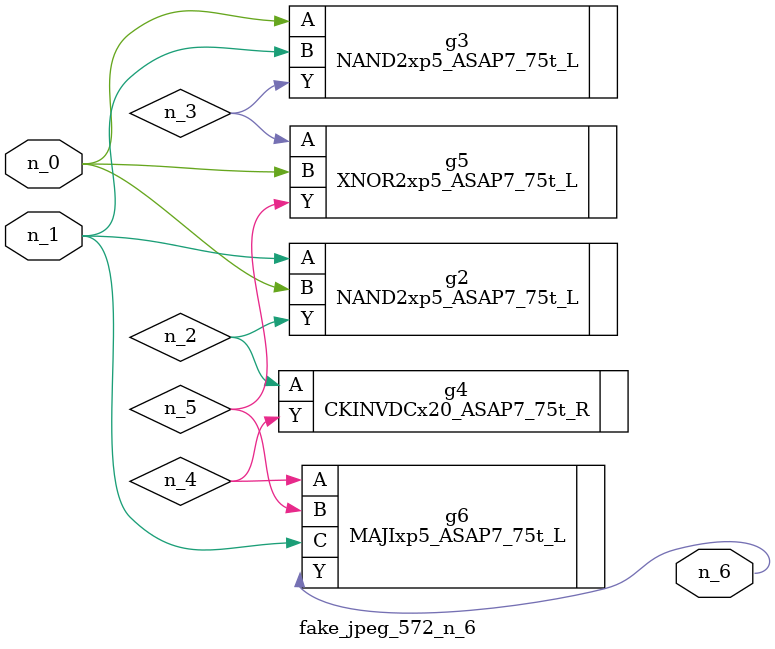
<source format=v>
module fake_jpeg_572_n_6 (n_0, n_1, n_6);

input n_0;
input n_1;

output n_6;

wire n_2;
wire n_3;
wire n_4;
wire n_5;

NAND2xp5_ASAP7_75t_L g2 ( 
.A(n_1),
.B(n_0),
.Y(n_2)
);

NAND2xp5_ASAP7_75t_L g3 ( 
.A(n_0),
.B(n_1),
.Y(n_3)
);

CKINVDCx20_ASAP7_75t_R g4 ( 
.A(n_2),
.Y(n_4)
);

MAJIxp5_ASAP7_75t_L g6 ( 
.A(n_4),
.B(n_5),
.C(n_1),
.Y(n_6)
);

XNOR2xp5_ASAP7_75t_L g5 ( 
.A(n_3),
.B(n_0),
.Y(n_5)
);


endmodule
</source>
